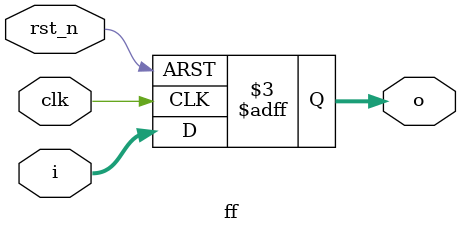
<source format=sv>
module top (
  input logic clk,
  input logic rst_n,
  input logic i,
  input logic en,
  output logic [3:0] o
);

  ffen u_ffen (clk, rst_n, i, en, o[0]);

  ffend u_ffend (clk, rst_n, i, en, o[1]);

  logic [7:0] tmp;
  logic [7:0] tmp_i;
  assign tmp_i = {7'b0101110, i};
  ff u_ff (clk, rst_n, tmp_i, tmp);

  assign o[2] = ^tmp;

  hidden u_hidden (clk, rst_n, i, en, o[3]);

endmodule

module hidden (
  input logic clk,
  input logic rst_n,
  input logic i,
  input logic en,
  output logic o
);

  logic [1:0] oo;
  assign o = ^oo;
  ffen_double u_ffen0 (clk, rst_n, i, en, oo[0]);
  ffen_double u_ffen1 (clk, rst_n, i, en, oo[1]);

endmodule

module ffen (
  input logic clk,
  input logic rst_n,
  input logic i,
  input logic en,
  output logic o
);
  always_ff @(posedge clk or negedge rst_n) begin
    if (!rst_n) begin
      o <= '0;
    end else if (en) begin
      o <= i;
    end
  end
endmodule

module ffen_double (
  input logic clk,
  input logic rst_n,
  input logic i,
  input logic en,
  output logic o
);
  logic a, b;
  always_ff @(posedge clk or negedge rst_n) begin
    if (!rst_n) begin
      a <= '0;
    end else if (en) begin
      a <= i;
    end
  end
  always_ff @(posedge clk or negedge rst_n) begin
    if (!rst_n) begin
      b <= '0;
    end else if (en) begin
      b <= i;
    end
  end

  assign o = a ^ b;
endmodule

module ffend (
  input logic clk,
  input logic rst_n,
  input logic i,
  input logic en,
  output logic o
);
  logic d;
  always_comb begin
    d = (i & en) | (~en & o);
  end
  always_ff @(posedge clk or negedge rst_n) begin
    if (!rst_n) begin
      o <= '0;
    end else begin
      o <= d;
    end
  end
endmodule

module ff (
  input logic clk,
  input logic rst_n,
  input logic [7:0] i,
  output logic [7:0] o
);
  always_ff @(posedge clk or negedge rst_n) begin
    if (!rst_n) begin
      o <= '0;
    end else begin
      o <= i;
    end
  end
endmodule

</source>
